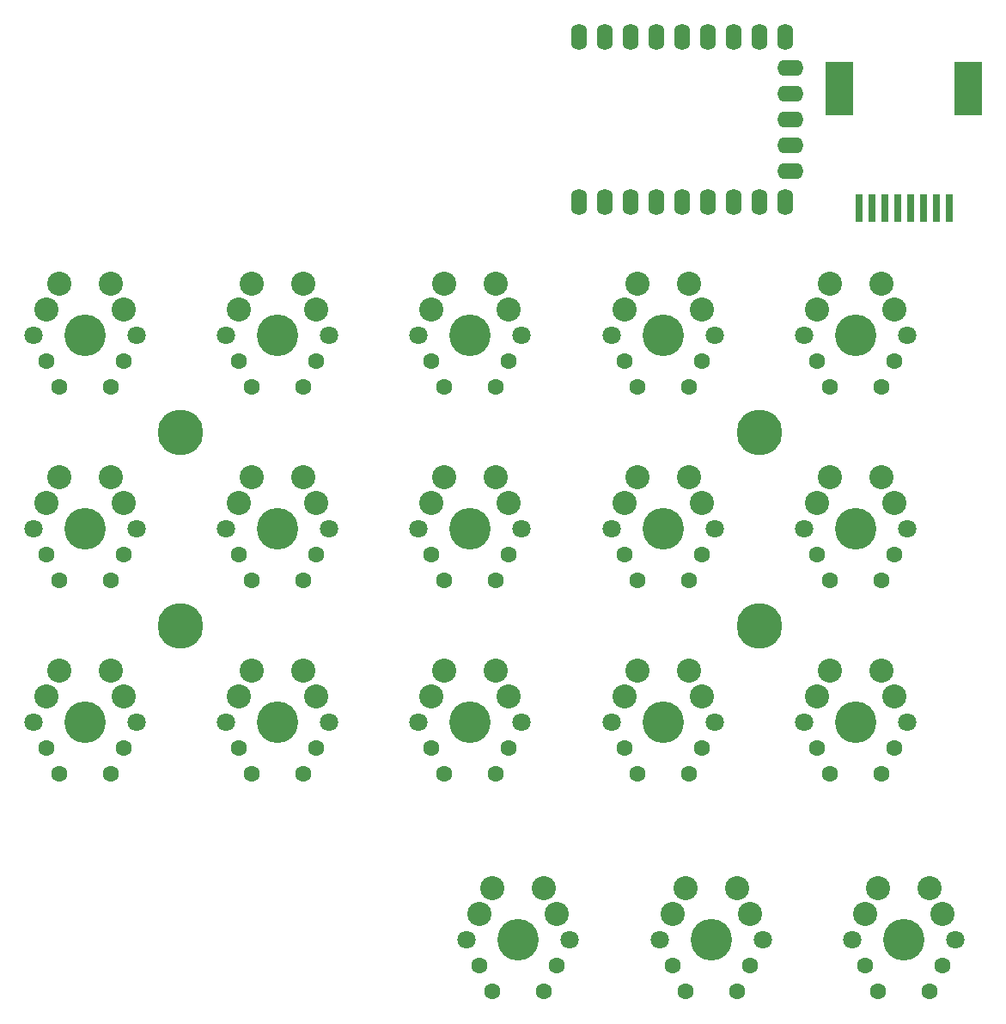
<source format=gts>
%TF.GenerationSoftware,KiCad,Pcbnew,7.0.1*%
%TF.CreationDate,2023-04-24T02:46:49-04:00*%
%TF.ProjectId,quadrate_pcb_routed,71756164-7261-4746-955f-7063625f726f,v1.0.0*%
%TF.SameCoordinates,Original*%
%TF.FileFunction,Soldermask,Top*%
%TF.FilePolarity,Negative*%
%FSLAX46Y46*%
G04 Gerber Fmt 4.6, Leading zero omitted, Abs format (unit mm)*
G04 Created by KiCad (PCBNEW 7.0.1) date 2023-04-24 02:46:49*
%MOMM*%
%LPD*%
G01*
G04 APERTURE LIST*
G04 Aperture macros list*
%AMRoundRect*
0 Rectangle with rounded corners*
0 $1 Rounding radius*
0 $2 $3 $4 $5 $6 $7 $8 $9 X,Y pos of 4 corners*
0 Add a 4 corners polygon primitive as box body*
4,1,4,$2,$3,$4,$5,$6,$7,$8,$9,$2,$3,0*
0 Add four circle primitives for the rounded corners*
1,1,$1+$1,$2,$3*
1,1,$1+$1,$4,$5*
1,1,$1+$1,$6,$7*
1,1,$1+$1,$8,$9*
0 Add four rect primitives between the rounded corners*
20,1,$1+$1,$2,$3,$4,$5,0*
20,1,$1+$1,$4,$5,$6,$7,0*
20,1,$1+$1,$6,$7,$8,$9,0*
20,1,$1+$1,$8,$9,$2,$3,0*%
G04 Aperture macros list end*
%ADD10C,1.801800*%
%ADD11C,1.600000*%
%ADD12C,4.087800*%
%ADD13C,2.386000*%
%ADD14RoundRect,0.050000X0.320000X1.270000X-0.320000X1.270000X-0.320000X-1.270000X0.320000X-1.270000X0*%
%ADD15RoundRect,0.050000X1.270000X2.605000X-1.270000X2.605000X-1.270000X-2.605000X1.270000X-2.605000X0*%
%ADD16C,0.800000*%
%ADD17C,4.500000*%
%ADD18O,1.600000X2.600000*%
%ADD19O,2.600000X1.600000*%
G04 APERTURE END LIST*
D10*
%TO.C,S11*%
X204320000Y-133350000D03*
D11*
X205590000Y-135890000D03*
X206860000Y-138430000D03*
D12*
X209400000Y-133350000D03*
D11*
X211940000Y-138430000D03*
X213210000Y-135890000D03*
D10*
X214480000Y-133350000D03*
D13*
X206860000Y-128270000D03*
X211940000Y-128270000D03*
X205590000Y-130810000D03*
X213210000Y-130810000D03*
%TD*%
D10*
%TO.C,S10*%
X204320000Y-152400000D03*
D11*
X205590000Y-154940000D03*
X206860000Y-157480000D03*
D12*
X209400000Y-152400000D03*
D11*
X211940000Y-157480000D03*
X213210000Y-154940000D03*
D10*
X214480000Y-152400000D03*
D13*
X206860000Y-147320000D03*
X211940000Y-147320000D03*
X205590000Y-149860000D03*
X213210000Y-149860000D03*
%TD*%
D14*
%TO.C,*%
X237607500Y-101795000D03*
X236337500Y-101795000D03*
X235067500Y-101795000D03*
X233797500Y-101795000D03*
X232527500Y-101795000D03*
X231257500Y-101795000D03*
X229987500Y-101795000D03*
X228717500Y-101795000D03*
D15*
X239512500Y-90020000D03*
X226812500Y-90020000D03*
%TD*%
D16*
%TO.C,_6*%
X217275000Y-142875000D03*
X217758274Y-141708274D03*
X217758274Y-144041726D03*
X218925000Y-141225000D03*
D17*
X218925000Y-142875000D03*
D16*
X218925000Y-144525000D03*
X220091726Y-141708274D03*
X220091726Y-144041726D03*
X220575000Y-142875000D03*
%TD*%
%TO.C,_5*%
X217275000Y-123825000D03*
X217758274Y-122658274D03*
X217758274Y-124991726D03*
X218925000Y-122175000D03*
D17*
X218925000Y-123825000D03*
D16*
X218925000Y-125475000D03*
X220091726Y-122658274D03*
X220091726Y-124991726D03*
X220575000Y-123825000D03*
%TD*%
D10*
%TO.C,S15*%
X223320000Y-114300000D03*
D11*
X224590000Y-116840000D03*
X225860000Y-119380000D03*
D12*
X228400000Y-114300000D03*
D11*
X230940000Y-119380000D03*
X232210000Y-116840000D03*
D10*
X233480000Y-114300000D03*
D13*
X225860000Y-109220000D03*
X230940000Y-109220000D03*
X224590000Y-111760000D03*
X232210000Y-111760000D03*
%TD*%
D10*
%TO.C,S14*%
X223320000Y-133350000D03*
D11*
X224590000Y-135890000D03*
X225860000Y-138430000D03*
D12*
X228400000Y-133350000D03*
D11*
X230940000Y-138430000D03*
X232210000Y-135890000D03*
D10*
X233480000Y-133350000D03*
D13*
X225860000Y-128270000D03*
X230940000Y-128270000D03*
X224590000Y-130810000D03*
X232210000Y-130810000D03*
%TD*%
D10*
%TO.C,S17*%
X209070000Y-173825000D03*
D11*
X210340000Y-176365000D03*
X211610000Y-178905000D03*
D12*
X214150000Y-173825000D03*
D11*
X216690000Y-178905000D03*
X217960000Y-176365000D03*
D10*
X219230000Y-173825000D03*
D13*
X211610000Y-168745000D03*
X216690000Y-168745000D03*
X210340000Y-171285000D03*
X217960000Y-171285000D03*
%TD*%
D10*
%TO.C,S6*%
X166320000Y-114300000D03*
D11*
X167590000Y-116840000D03*
X168860000Y-119380000D03*
D12*
X171400000Y-114300000D03*
D11*
X173940000Y-119380000D03*
X175210000Y-116840000D03*
D10*
X176480000Y-114300000D03*
D13*
X168860000Y-109220000D03*
X173940000Y-109220000D03*
X167590000Y-111760000D03*
X175210000Y-111760000D03*
%TD*%
D10*
%TO.C,S5*%
X166320000Y-133350000D03*
D11*
X167590000Y-135890000D03*
X168860000Y-138430000D03*
D12*
X171400000Y-133350000D03*
D11*
X173940000Y-138430000D03*
X175210000Y-135890000D03*
D10*
X176480000Y-133350000D03*
D13*
X168860000Y-128270000D03*
X173940000Y-128270000D03*
X167590000Y-130810000D03*
X175210000Y-130810000D03*
%TD*%
D10*
%TO.C,S2*%
X147320000Y-133350000D03*
D11*
X148590000Y-135890000D03*
X149860000Y-138430000D03*
D12*
X152400000Y-133350000D03*
D11*
X154940000Y-138430000D03*
X156210000Y-135890000D03*
D10*
X157480000Y-133350000D03*
D13*
X149860000Y-128270000D03*
X154940000Y-128270000D03*
X148590000Y-130810000D03*
X156210000Y-130810000D03*
%TD*%
D10*
%TO.C,S16*%
X190070000Y-173825000D03*
D11*
X191340000Y-176365000D03*
X192610000Y-178905000D03*
D12*
X195150000Y-173825000D03*
D11*
X197690000Y-178905000D03*
X198960000Y-176365000D03*
D10*
X200230000Y-173825000D03*
D13*
X192610000Y-168745000D03*
X197690000Y-168745000D03*
X191340000Y-171285000D03*
X198960000Y-171285000D03*
%TD*%
D10*
%TO.C,S9*%
X185320000Y-114300000D03*
D11*
X186590000Y-116840000D03*
X187860000Y-119380000D03*
D12*
X190400000Y-114300000D03*
D11*
X192940000Y-119380000D03*
X194210000Y-116840000D03*
D10*
X195480000Y-114300000D03*
D13*
X187860000Y-109220000D03*
X192940000Y-109220000D03*
X186590000Y-111760000D03*
X194210000Y-111760000D03*
%TD*%
D10*
%TO.C,S7*%
X185320000Y-152400000D03*
D11*
X186590000Y-154940000D03*
X187860000Y-157480000D03*
D12*
X190400000Y-152400000D03*
D11*
X192940000Y-157480000D03*
X194210000Y-154940000D03*
D10*
X195480000Y-152400000D03*
D13*
X187860000Y-147320000D03*
X192940000Y-147320000D03*
X186590000Y-149860000D03*
X194210000Y-149860000D03*
%TD*%
D10*
%TO.C,S3*%
X147320000Y-114300000D03*
D11*
X148590000Y-116840000D03*
X149860000Y-119380000D03*
D12*
X152400000Y-114300000D03*
D11*
X154940000Y-119380000D03*
X156210000Y-116840000D03*
D10*
X157480000Y-114300000D03*
D13*
X149860000Y-109220000D03*
X154940000Y-109220000D03*
X148590000Y-111760000D03*
X156210000Y-111760000D03*
%TD*%
D10*
%TO.C,S8*%
X185320000Y-133350000D03*
D11*
X186590000Y-135890000D03*
X187860000Y-138430000D03*
D12*
X190400000Y-133350000D03*
D11*
X192940000Y-138430000D03*
X194210000Y-135890000D03*
D10*
X195480000Y-133350000D03*
D13*
X187860000Y-128270000D03*
X192940000Y-128270000D03*
X186590000Y-130810000D03*
X194210000Y-130810000D03*
%TD*%
D10*
%TO.C,S4*%
X166320000Y-152400000D03*
D11*
X167590000Y-154940000D03*
X168860000Y-157480000D03*
D12*
X171400000Y-152400000D03*
D11*
X173940000Y-157480000D03*
X175210000Y-154940000D03*
D10*
X176480000Y-152400000D03*
D13*
X168860000Y-147320000D03*
X173940000Y-147320000D03*
X167590000Y-149860000D03*
X175210000Y-149860000D03*
%TD*%
D16*
%TO.C,_4*%
X160225000Y-142875000D03*
X160708274Y-141708274D03*
X160708274Y-144041726D03*
X161875000Y-141225000D03*
D17*
X161875000Y-142875000D03*
D16*
X161875000Y-144525000D03*
X163041726Y-141708274D03*
X163041726Y-144041726D03*
X163525000Y-142875000D03*
%TD*%
D10*
%TO.C,S1*%
X147320000Y-152400000D03*
D11*
X148590000Y-154940000D03*
X149860000Y-157480000D03*
D12*
X152400000Y-152400000D03*
D11*
X154940000Y-157480000D03*
X156210000Y-154940000D03*
D10*
X157480000Y-152400000D03*
D13*
X149860000Y-147320000D03*
X154940000Y-147320000D03*
X148590000Y-149860000D03*
X156210000Y-149860000D03*
%TD*%
D10*
%TO.C,S12*%
X204320000Y-114300000D03*
D11*
X205590000Y-116840000D03*
X206860000Y-119380000D03*
D12*
X209400000Y-114300000D03*
D11*
X211940000Y-119380000D03*
X213210000Y-116840000D03*
D10*
X214480000Y-114300000D03*
D13*
X206860000Y-109220000D03*
X211940000Y-109220000D03*
X205590000Y-111760000D03*
X213210000Y-111760000D03*
%TD*%
D10*
%TO.C,S13*%
X223320000Y-152400000D03*
D11*
X224590000Y-154940000D03*
X225860000Y-157480000D03*
D12*
X228400000Y-152400000D03*
D11*
X230940000Y-157480000D03*
X232210000Y-154940000D03*
D10*
X233480000Y-152400000D03*
D13*
X225860000Y-147320000D03*
X230940000Y-147320000D03*
X224590000Y-149860000D03*
X232210000Y-149860000D03*
%TD*%
D16*
%TO.C,_3*%
X160225000Y-123825000D03*
X160708274Y-122658274D03*
X160708274Y-124991726D03*
X161875000Y-122175000D03*
D17*
X161875000Y-123825000D03*
D16*
X161875000Y-125475000D03*
X163041726Y-122658274D03*
X163041726Y-124991726D03*
X163525000Y-123825000D03*
%TD*%
D18*
%TO.C,*%
X201145000Y-84942500D03*
X203685000Y-84942500D03*
X206225000Y-84942500D03*
X208765000Y-84942500D03*
X211305000Y-84942500D03*
X213845000Y-84942500D03*
X216385000Y-84942500D03*
X218925000Y-84942500D03*
X221465000Y-84942500D03*
D19*
X221965000Y-87982500D03*
X221965000Y-90522500D03*
X221965000Y-93062500D03*
X221965000Y-95602500D03*
X221965000Y-98142500D03*
D18*
X221465000Y-101182500D03*
X218925000Y-101182500D03*
X216385000Y-101182500D03*
X213845000Y-101182500D03*
X211305000Y-101182500D03*
X208765000Y-101182500D03*
X206225000Y-101182500D03*
X203685000Y-101182500D03*
X201145000Y-101182500D03*
%TD*%
D10*
%TO.C,S18*%
X228070000Y-173825000D03*
D11*
X229340000Y-176365000D03*
X230610000Y-178905000D03*
D12*
X233150000Y-173825000D03*
D11*
X235690000Y-178905000D03*
X236960000Y-176365000D03*
D10*
X238230000Y-173825000D03*
D13*
X230610000Y-168745000D03*
X235690000Y-168745000D03*
X229340000Y-171285000D03*
X236960000Y-171285000D03*
%TD*%
M02*

</source>
